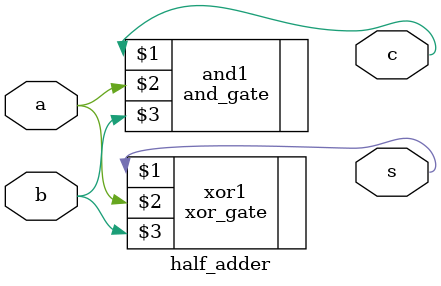
<source format=v>
module half_adder(s,c,a,b);

output s,c;
input a,b;

xor_gate xor1(s,a,b);
and_gate and1(c,a,b);

endmodule


</source>
